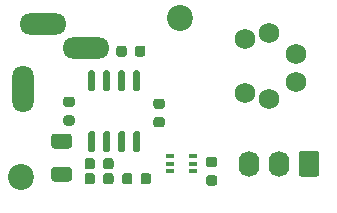
<source format=gts>
G04 #@! TF.GenerationSoftware,KiCad,Pcbnew,5.1.8-db9833491~87~ubuntu20.04.1*
G04 #@! TF.CreationDate,2020-12-04T00:25:50+00:00*
G04 #@! TF.ProjectId,LEDsupply,4c454473-7570-4706-9c79-2e6b69636164,rev?*
G04 #@! TF.SameCoordinates,Original*
G04 #@! TF.FileFunction,Soldermask,Top*
G04 #@! TF.FilePolarity,Negative*
%FSLAX46Y46*%
G04 Gerber Fmt 4.6, Leading zero omitted, Abs format (unit mm)*
G04 Created by KiCad (PCBNEW 5.1.8-db9833491~87~ubuntu20.04.1) date 2020-12-04 00:25:50*
%MOMM*%
%LPD*%
G01*
G04 APERTURE LIST*
%ADD10O,1.740000X2.200000*%
%ADD11C,2.200000*%
%ADD12C,1.750000*%
%ADD13O,4.000000X1.800000*%
%ADD14O,1.800000X4.000000*%
%ADD15R,0.650000X0.400000*%
G04 APERTURE END LIST*
D10*
G04 #@! TO.C,JP3*
X138430000Y-102235000D03*
X140970000Y-102235000D03*
G36*
G01*
X144380000Y-101384999D02*
X144380000Y-103085001D01*
G75*
G02*
X144130001Y-103335000I-249999J0D01*
G01*
X142889999Y-103335000D01*
G75*
G02*
X142640000Y-103085001I0J249999D01*
G01*
X142640000Y-101384999D01*
G75*
G02*
X142889999Y-101135000I249999J0D01*
G01*
X144130001Y-101135000D01*
G75*
G02*
X144380000Y-101384999I0J-249999D01*
G01*
G37*
G04 #@! TD*
D11*
G04 #@! TO.C,H2*
X119126000Y-103378000D03*
G04 #@! TD*
G04 #@! TO.C,H1*
X132588000Y-89916000D03*
G04 #@! TD*
D12*
G04 #@! TO.C,JP2*
X142400000Y-95280000D03*
X142400000Y-92980000D03*
X140100000Y-96780000D03*
X140100000Y-91180000D03*
X138100000Y-96280000D03*
X138100000Y-91680000D03*
G04 #@! TD*
G04 #@! TO.C,C1*
G36*
G01*
X122933750Y-98140000D02*
X123446250Y-98140000D01*
G75*
G02*
X123665000Y-98358750I0J-218750D01*
G01*
X123665000Y-98796250D01*
G75*
G02*
X123446250Y-99015000I-218750J0D01*
G01*
X122933750Y-99015000D01*
G75*
G02*
X122715000Y-98796250I0J218750D01*
G01*
X122715000Y-98358750D01*
G75*
G02*
X122933750Y-98140000I218750J0D01*
G01*
G37*
G36*
G01*
X122933750Y-96565000D02*
X123446250Y-96565000D01*
G75*
G02*
X123665000Y-96783750I0J-218750D01*
G01*
X123665000Y-97221250D01*
G75*
G02*
X123446250Y-97440000I-218750J0D01*
G01*
X122933750Y-97440000D01*
G75*
G02*
X122715000Y-97221250I0J218750D01*
G01*
X122715000Y-96783750D01*
G75*
G02*
X122933750Y-96565000I218750J0D01*
G01*
G37*
G04 #@! TD*
G04 #@! TO.C,C2*
G36*
G01*
X135511250Y-102520000D02*
X134998750Y-102520000D01*
G75*
G02*
X134780000Y-102301250I0J218750D01*
G01*
X134780000Y-101863750D01*
G75*
G02*
X134998750Y-101645000I218750J0D01*
G01*
X135511250Y-101645000D01*
G75*
G02*
X135730000Y-101863750I0J-218750D01*
G01*
X135730000Y-102301250D01*
G75*
G02*
X135511250Y-102520000I-218750J0D01*
G01*
G37*
G36*
G01*
X135511250Y-104095000D02*
X134998750Y-104095000D01*
G75*
G02*
X134780000Y-103876250I0J218750D01*
G01*
X134780000Y-103438750D01*
G75*
G02*
X134998750Y-103220000I218750J0D01*
G01*
X135511250Y-103220000D01*
G75*
G02*
X135730000Y-103438750I0J-218750D01*
G01*
X135730000Y-103876250D01*
G75*
G02*
X135511250Y-104095000I-218750J0D01*
G01*
G37*
G04 #@! TD*
G04 #@! TO.C,C3*
G36*
G01*
X124505000Y-102491250D02*
X124505000Y-101978750D01*
G75*
G02*
X124723750Y-101760000I218750J0D01*
G01*
X125161250Y-101760000D01*
G75*
G02*
X125380000Y-101978750I0J-218750D01*
G01*
X125380000Y-102491250D01*
G75*
G02*
X125161250Y-102710000I-218750J0D01*
G01*
X124723750Y-102710000D01*
G75*
G02*
X124505000Y-102491250I0J218750D01*
G01*
G37*
G36*
G01*
X126080000Y-102491250D02*
X126080000Y-101978750D01*
G75*
G02*
X126298750Y-101760000I218750J0D01*
G01*
X126736250Y-101760000D01*
G75*
G02*
X126955000Y-101978750I0J-218750D01*
G01*
X126955000Y-102491250D01*
G75*
G02*
X126736250Y-102710000I-218750J0D01*
G01*
X126298750Y-102710000D01*
G75*
G02*
X126080000Y-102491250I0J218750D01*
G01*
G37*
G04 #@! TD*
G04 #@! TO.C,C4*
G36*
G01*
X123180000Y-103755000D02*
X121930000Y-103755000D01*
G75*
G02*
X121680000Y-103505000I0J250000D01*
G01*
X121680000Y-102755000D01*
G75*
G02*
X121930000Y-102505000I250000J0D01*
G01*
X123180000Y-102505000D01*
G75*
G02*
X123430000Y-102755000I0J-250000D01*
G01*
X123430000Y-103505000D01*
G75*
G02*
X123180000Y-103755000I-250000J0D01*
G01*
G37*
G36*
G01*
X123180000Y-100955000D02*
X121930000Y-100955000D01*
G75*
G02*
X121680000Y-100705000I0J250000D01*
G01*
X121680000Y-99955000D01*
G75*
G02*
X121930000Y-99705000I250000J0D01*
G01*
X123180000Y-99705000D01*
G75*
G02*
X123430000Y-99955000I0J-250000D01*
G01*
X123430000Y-100705000D01*
G75*
G02*
X123180000Y-100955000I-250000J0D01*
G01*
G37*
G04 #@! TD*
D13*
G04 #@! TO.C,JP1*
X121010001Y-90380000D03*
X124610001Y-92480000D03*
D14*
X119310001Y-95880000D03*
G04 #@! TD*
G04 #@! TO.C,R1*
G36*
G01*
X127197500Y-92966250D02*
X127197500Y-92453750D01*
G75*
G02*
X127416250Y-92235000I218750J0D01*
G01*
X127853750Y-92235000D01*
G75*
G02*
X128072500Y-92453750I0J-218750D01*
G01*
X128072500Y-92966250D01*
G75*
G02*
X127853750Y-93185000I-218750J0D01*
G01*
X127416250Y-93185000D01*
G75*
G02*
X127197500Y-92966250I0J218750D01*
G01*
G37*
G36*
G01*
X128772500Y-92966250D02*
X128772500Y-92453750D01*
G75*
G02*
X128991250Y-92235000I218750J0D01*
G01*
X129428750Y-92235000D01*
G75*
G02*
X129647500Y-92453750I0J-218750D01*
G01*
X129647500Y-92966250D01*
G75*
G02*
X129428750Y-93185000I-218750J0D01*
G01*
X128991250Y-93185000D01*
G75*
G02*
X128772500Y-92966250I0J218750D01*
G01*
G37*
G04 #@! TD*
G04 #@! TO.C,R2*
G36*
G01*
X130553750Y-98292500D02*
X131066250Y-98292500D01*
G75*
G02*
X131285000Y-98511250I0J-218750D01*
G01*
X131285000Y-98948750D01*
G75*
G02*
X131066250Y-99167500I-218750J0D01*
G01*
X130553750Y-99167500D01*
G75*
G02*
X130335000Y-98948750I0J218750D01*
G01*
X130335000Y-98511250D01*
G75*
G02*
X130553750Y-98292500I218750J0D01*
G01*
G37*
G36*
G01*
X130553750Y-96717500D02*
X131066250Y-96717500D01*
G75*
G02*
X131285000Y-96936250I0J-218750D01*
G01*
X131285000Y-97373750D01*
G75*
G02*
X131066250Y-97592500I-218750J0D01*
G01*
X130553750Y-97592500D01*
G75*
G02*
X130335000Y-97373750I0J218750D01*
G01*
X130335000Y-96936250D01*
G75*
G02*
X130553750Y-96717500I218750J0D01*
G01*
G37*
G04 #@! TD*
G04 #@! TO.C,R3*
G36*
G01*
X129255000Y-103761250D02*
X129255000Y-103248750D01*
G75*
G02*
X129473750Y-103030000I218750J0D01*
G01*
X129911250Y-103030000D01*
G75*
G02*
X130130000Y-103248750I0J-218750D01*
G01*
X130130000Y-103761250D01*
G75*
G02*
X129911250Y-103980000I-218750J0D01*
G01*
X129473750Y-103980000D01*
G75*
G02*
X129255000Y-103761250I0J218750D01*
G01*
G37*
G36*
G01*
X127680000Y-103761250D02*
X127680000Y-103248750D01*
G75*
G02*
X127898750Y-103030000I218750J0D01*
G01*
X128336250Y-103030000D01*
G75*
G02*
X128555000Y-103248750I0J-218750D01*
G01*
X128555000Y-103761250D01*
G75*
G02*
X128336250Y-103980000I-218750J0D01*
G01*
X127898750Y-103980000D01*
G75*
G02*
X127680000Y-103761250I0J218750D01*
G01*
G37*
G04 #@! TD*
G04 #@! TO.C,R4*
G36*
G01*
X124505000Y-103761250D02*
X124505000Y-103248750D01*
G75*
G02*
X124723750Y-103030000I218750J0D01*
G01*
X125161250Y-103030000D01*
G75*
G02*
X125380000Y-103248750I0J-218750D01*
G01*
X125380000Y-103761250D01*
G75*
G02*
X125161250Y-103980000I-218750J0D01*
G01*
X124723750Y-103980000D01*
G75*
G02*
X124505000Y-103761250I0J218750D01*
G01*
G37*
G36*
G01*
X126080000Y-103761250D02*
X126080000Y-103248750D01*
G75*
G02*
X126298750Y-103030000I218750J0D01*
G01*
X126736250Y-103030000D01*
G75*
G02*
X126955000Y-103248750I0J-218750D01*
G01*
X126955000Y-103761250D01*
G75*
G02*
X126736250Y-103980000I-218750J0D01*
G01*
X126298750Y-103980000D01*
G75*
G02*
X126080000Y-103761250I0J218750D01*
G01*
G37*
G04 #@! TD*
G04 #@! TO.C,U1*
G36*
G01*
X125245000Y-101240000D02*
X124945000Y-101240000D01*
G75*
G02*
X124795000Y-101090000I0J150000D01*
G01*
X124795000Y-99640000D01*
G75*
G02*
X124945000Y-99490000I150000J0D01*
G01*
X125245000Y-99490000D01*
G75*
G02*
X125395000Y-99640000I0J-150000D01*
G01*
X125395000Y-101090000D01*
G75*
G02*
X125245000Y-101240000I-150000J0D01*
G01*
G37*
G36*
G01*
X126515000Y-101240000D02*
X126215000Y-101240000D01*
G75*
G02*
X126065000Y-101090000I0J150000D01*
G01*
X126065000Y-99640000D01*
G75*
G02*
X126215000Y-99490000I150000J0D01*
G01*
X126515000Y-99490000D01*
G75*
G02*
X126665000Y-99640000I0J-150000D01*
G01*
X126665000Y-101090000D01*
G75*
G02*
X126515000Y-101240000I-150000J0D01*
G01*
G37*
G36*
G01*
X127785000Y-101240000D02*
X127485000Y-101240000D01*
G75*
G02*
X127335000Y-101090000I0J150000D01*
G01*
X127335000Y-99640000D01*
G75*
G02*
X127485000Y-99490000I150000J0D01*
G01*
X127785000Y-99490000D01*
G75*
G02*
X127935000Y-99640000I0J-150000D01*
G01*
X127935000Y-101090000D01*
G75*
G02*
X127785000Y-101240000I-150000J0D01*
G01*
G37*
G36*
G01*
X129055000Y-101240000D02*
X128755000Y-101240000D01*
G75*
G02*
X128605000Y-101090000I0J150000D01*
G01*
X128605000Y-99640000D01*
G75*
G02*
X128755000Y-99490000I150000J0D01*
G01*
X129055000Y-99490000D01*
G75*
G02*
X129205000Y-99640000I0J-150000D01*
G01*
X129205000Y-101090000D01*
G75*
G02*
X129055000Y-101240000I-150000J0D01*
G01*
G37*
G36*
G01*
X129055000Y-96090000D02*
X128755000Y-96090000D01*
G75*
G02*
X128605000Y-95940000I0J150000D01*
G01*
X128605000Y-94490000D01*
G75*
G02*
X128755000Y-94340000I150000J0D01*
G01*
X129055000Y-94340000D01*
G75*
G02*
X129205000Y-94490000I0J-150000D01*
G01*
X129205000Y-95940000D01*
G75*
G02*
X129055000Y-96090000I-150000J0D01*
G01*
G37*
G36*
G01*
X127785000Y-96090000D02*
X127485000Y-96090000D01*
G75*
G02*
X127335000Y-95940000I0J150000D01*
G01*
X127335000Y-94490000D01*
G75*
G02*
X127485000Y-94340000I150000J0D01*
G01*
X127785000Y-94340000D01*
G75*
G02*
X127935000Y-94490000I0J-150000D01*
G01*
X127935000Y-95940000D01*
G75*
G02*
X127785000Y-96090000I-150000J0D01*
G01*
G37*
G36*
G01*
X126515000Y-96090000D02*
X126215000Y-96090000D01*
G75*
G02*
X126065000Y-95940000I0J150000D01*
G01*
X126065000Y-94490000D01*
G75*
G02*
X126215000Y-94340000I150000J0D01*
G01*
X126515000Y-94340000D01*
G75*
G02*
X126665000Y-94490000I0J-150000D01*
G01*
X126665000Y-95940000D01*
G75*
G02*
X126515000Y-96090000I-150000J0D01*
G01*
G37*
G36*
G01*
X125245000Y-96090000D02*
X124945000Y-96090000D01*
G75*
G02*
X124795000Y-95940000I0J150000D01*
G01*
X124795000Y-94490000D01*
G75*
G02*
X124945000Y-94340000I150000J0D01*
G01*
X125245000Y-94340000D01*
G75*
G02*
X125395000Y-94490000I0J-150000D01*
G01*
X125395000Y-95940000D01*
G75*
G02*
X125245000Y-96090000I-150000J0D01*
G01*
G37*
G04 #@! TD*
D15*
G04 #@! TO.C,U2*
X133665000Y-102885000D03*
X133665000Y-101585000D03*
X131765000Y-102235000D03*
X133665000Y-102235000D03*
X131765000Y-101585000D03*
X131765000Y-102885000D03*
G04 #@! TD*
M02*

</source>
